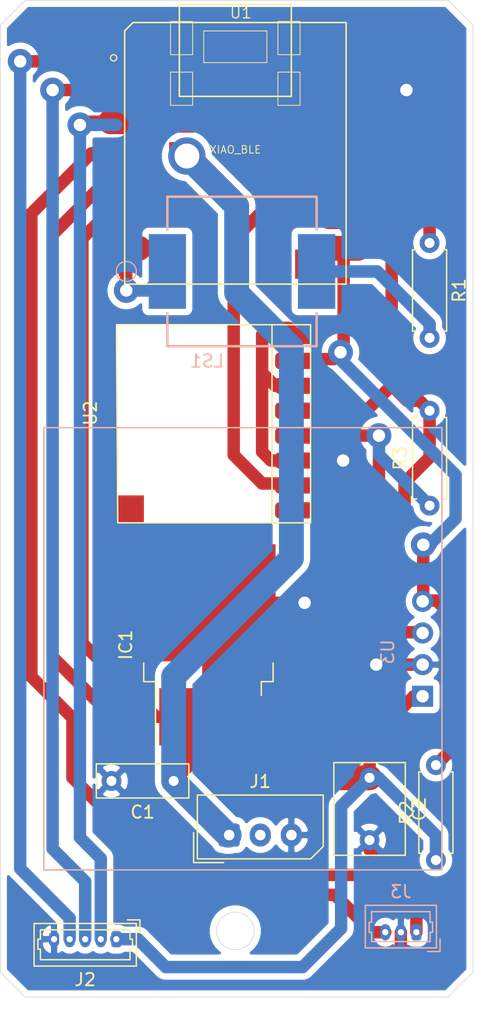
<source format=kicad_pcb>
(kicad_pcb (version 20171130) (host pcbnew 5.1.5+dfsg1-2build2)
  (layers (0 F.Cu signal) (31 B.Cu signal) (34 B.Paste user) (35 F.Paste user) (36 B.SilkS user) (37 F.SilkS user) (38 B.Mask user) (39 F.Mask user) (44 Edge.Cuts user))
  (net 0 "")
  (net 1 GND)
  (net 2 /Rx)
  (net 3 /Tx)
  (net 4 +3V3)
  (net 5 "Net-(LS1-Pad2)")
  (net 6 /PERIPH_EN)
  (net 7 "Net-(U1-Pad20)")
  (net 8 "Net-(U1-Pad19)")
  (net 9 "Net-(U1-Pad18)")
  (net 10 "Net-(U1-Pad17)")
  (net 11 "Net-(U1-Pad16)")
  (net 12 /SDA)
  (net 13 /SCL)
  (net 14 "Net-(U1-Pad14)")
  (net 15 "Net-(U2-Pad9)")
  (net 16 +BATT)
  (net 17 "Net-(IC1-Pad5)")
  (net 18 "Net-(J1-Pad2)")
  (net 19 /LASER_EN)
  (net 20 /BUTTON_A)
  (net 21 /BUTTON_B)
  (net 22 "Net-(U1-Pad12)")
  (net 23 /BUZZER_B)
  (net 24 /BUZZER_A)
  (net 25 /DRDY)
  (module KiCad_imports:MDOB128064XV (layer B.Cu) (at 118.55 114.55 180)
    (fp_text reference U3 (at 2.65 3.5 90) (layer B.SilkS) (effects (justify mirror)))
    (fp_text value MDOB128064XV)
    (fp_line (start -1.7 21.5) (end -1.7 -14) (layer B.SilkS) (width 0.12))
    (fp_line (start 30.3 21.5) (end -1.7 21.5) (layer B.SilkS) (width 0.12))
    (fp_line (start 30.3 -14) (end 30.3 21.5) (layer B.SilkS) (width 0.12))
    (fp_line (start -1.7 -14) (end 30.3 -14) (layer B.SilkS) (width 0.12))
    (pad 4 thru_hole circle (at -0.15 7.56 180) (size 1.7 1.7) (drill 1) (layers *.Cu *.Mask) (net 12 /SDA))
    (pad 3 thru_hole oval (at -0.15 5.02 180) (size 1.7 1.7) (drill 1) (layers *.Cu *.Mask) (net 13 /SCL))
    (pad 2 thru_hole oval (at -0.15 2.48 180) (size 1.7 1.7) (drill 1) (layers *.Cu *.Mask) (net 1 GND))
    (pad 1 thru_hole rect (at -0.15 -0.06 180) (size 1.7 1.7) (drill 1) (layers *.Cu *.Mask) (net 4 +3V3))
  )
  (module Capacitor_THT:C_Rect_L7.2mm_W5.5mm_P5.00mm_FKS2_FKP2_MKS2_MKP2 (layer F.Cu) (at 114.434 121.154 270)
    (fp_text reference C2 (at 2.5 -4 90) (layer F.SilkS))
    (fp_text value 47uF)
    (fp_line (start 6.22 -2.87) (end 6.22 2.87) (layer F.SilkS) (width 0.12))
    (fp_line (start -1.22 -2.87) (end -1.22 2.87) (layer F.SilkS) (width 0.12))
    (fp_line (start -1.22 2.87) (end 6.22 2.87) (layer F.SilkS) (width 0.12))
    (fp_line (start -1.22 -2.87) (end 6.22 -2.87) (layer F.SilkS) (width 0.12))
    (pad 2 thru_hole circle (at 5 0 270) (size 1.6 1.6) (drill 0.8) (layers *.Cu *.Mask) (net 1 GND))
    (pad 1 thru_hole circle (at 0 0 270) (size 1.6 1.6) (drill 0.8) (layers *.Cu *.Mask) (net 4 +3V3))
  )
  (module Capacitor_THT:C_Rect_L7.2mm_W2.5mm_P5.00mm_FKS2_FKP2_MKS2_MKP2 (layer F.Cu) (at 98.686 121.408 180)
    (fp_text reference C1 (at 2.5 -2.5) (layer F.SilkS))
    (fp_text value 1uF)
    (fp_line (start 6.22 -1.37) (end 6.22 1.37) (layer F.SilkS) (width 0.12))
    (fp_line (start -1.22 -1.37) (end -1.22 1.37) (layer F.SilkS) (width 0.12))
    (fp_line (start -1.22 1.37) (end 6.22 1.37) (layer F.SilkS) (width 0.12))
    (fp_line (start -1.22 -1.37) (end 6.22 -1.37) (layer F.SilkS) (width 0.12))
    (pad 2 thru_hole circle (at 5 0 180) (size 1.6 1.6) (drill 0.8) (layers *.Cu *.Mask) (net 1 GND))
    (pad 1 thru_hole circle (at 0 0 180) (size 1.6 1.6) (drill 0.8) (layers *.Cu *.Mask) (net 16 +BATT))
  )
  (module KiCad_imports:SPKR_AST1240MLTRQ (layer B.Cu) (at 104.178 80.514)
    (fp_text reference LS1 (at -2.826735 7.189445 180) (layer B.SilkS) (effects (font (size 1.000622 1.000622)) (justify mirror)))
    (fp_text value Speaker)
    (fp_circle (center -9.3 0) (end -8.493775 0) (layer B.SilkS) (width 0.1))
    (fp_line (start -6 3.35) (end -6 6) (layer B.SilkS) (width 0.2))
    (fp_line (start -6 -6) (end -6 -3.35) (layer B.SilkS) (width 0.2))
    (fp_line (start 6 -6) (end -6 -6) (layer B.SilkS) (width 0.2))
    (fp_line (start 6 -3.35) (end 6 -6) (layer B.SilkS) (width 0.2))
    (fp_line (start 6 6) (end 6 3.35) (layer B.SilkS) (width 0.2))
    (fp_line (start -6 6) (end 6 6) (layer B.SilkS) (width 0.2))
    (pad 2 smd rect (at 6 0 270) (size 6 3) (layers B.Cu B.Paste B.Mask) (net 5 "Net-(LS1-Pad2)"))
    (pad 1 smd rect (at -6 0 270) (size 6 3) (layers B.Cu B.Paste B.Mask) (net 23 /BUZZER_B))
  )
  (module Connector_Molex:Molex_PicoBlade_53047-0310_1x03_P1.25mm_Vertical (layer B.Cu) (at 118.2 133.55 180)
    (fp_text reference J3 (at 1.25 3.25) (layer B.SilkS) (effects (justify mirror)))
    (fp_text value 53047-0310)
    (fp_line (start -1.9 -1.55) (end -0.9 -1.55) (layer B.SilkS) (width 0.12))
    (fp_line (start -1.9 -1.55) (end -1.9 -0.55) (layer B.SilkS) (width 0.12))
    (fp_line (start 3.6 1.65) (end 1.25 1.65) (layer B.SilkS) (width 0.12))
    (fp_line (start 3.6 0.8) (end 3.6 1.65) (layer B.SilkS) (width 0.12))
    (fp_line (start 3.8 0.8) (end 3.6 0.8) (layer B.SilkS) (width 0.12))
    (fp_line (start 3.8 0) (end 3.8 0.8) (layer B.SilkS) (width 0.12))
    (fp_line (start 3.6 0) (end 3.8 0) (layer B.SilkS) (width 0.12))
    (fp_line (start 3.6 -0.75) (end 3.6 0) (layer B.SilkS) (width 0.12))
    (fp_line (start 1.25 -0.75) (end 3.6 -0.75) (layer B.SilkS) (width 0.12))
    (fp_line (start -1.1 1.65) (end 1.25 1.65) (layer B.SilkS) (width 0.12))
    (fp_line (start -1.1 0.8) (end -1.1 1.65) (layer B.SilkS) (width 0.12))
    (fp_line (start -1.3 0.8) (end -1.1 0.8) (layer B.SilkS) (width 0.12))
    (fp_line (start -1.3 0) (end -1.3 0.8) (layer B.SilkS) (width 0.12))
    (fp_line (start -1.1 0) (end -1.3 0) (layer B.SilkS) (width 0.12))
    (fp_line (start -1.1 -0.75) (end -1.1 0) (layer B.SilkS) (width 0.12))
    (fp_line (start 1.25 -0.75) (end -1.1 -0.75) (layer B.SilkS) (width 0.12))
    (fp_line (start 4.11 2.16) (end -1.61 2.16) (layer B.SilkS) (width 0.12))
    (fp_line (start 4.11 -1.26) (end 4.11 2.16) (layer B.SilkS) (width 0.12))
    (fp_line (start -1.61 -1.26) (end 4.11 -1.26) (layer B.SilkS) (width 0.12))
    (fp_line (start -1.61 2.16) (end -1.61 -1.26) (layer B.SilkS) (width 0.12))
    (pad 3 thru_hole oval (at 2.5 0 180) (size 0.8 1.3) (drill 0.5) (layers *.Cu *.Mask) (net 20 /BUTTON_A))
    (pad 2 thru_hole oval (at 1.25 0 180) (size 0.8 1.3) (drill 0.5) (layers *.Cu *.Mask) (net 1 GND))
    (pad 1 thru_hole roundrect (at 0 0 180) (size 0.8 1.3) (drill 0.5) (layers *.Cu *.Mask) (net 21 /BUTTON_B))
  )
  (module Connector_Molex:Molex_PicoBlade_53047-0510_1x05_P1.25mm_Vertical (layer F.Cu) (at 94.074 134.108 180)
    (fp_text reference J2 (at 2.5 -3.25) (layer F.SilkS))
    (fp_text value 53047-0510)
    (fp_line (start -1.9 1.55) (end -0.9 1.55) (layer F.SilkS) (width 0.12))
    (fp_line (start -1.9 1.55) (end -1.9 0.55) (layer F.SilkS) (width 0.12))
    (fp_line (start 6.1 -1.65) (end 2.5 -1.65) (layer F.SilkS) (width 0.12))
    (fp_line (start 6.1 -0.8) (end 6.1 -1.65) (layer F.SilkS) (width 0.12))
    (fp_line (start 6.3 -0.8) (end 6.1 -0.8) (layer F.SilkS) (width 0.12))
    (fp_line (start 6.3 0) (end 6.3 -0.8) (layer F.SilkS) (width 0.12))
    (fp_line (start 6.1 0) (end 6.3 0) (layer F.SilkS) (width 0.12))
    (fp_line (start 6.1 0.75) (end 6.1 0) (layer F.SilkS) (width 0.12))
    (fp_line (start 2.5 0.75) (end 6.1 0.75) (layer F.SilkS) (width 0.12))
    (fp_line (start -1.1 -1.65) (end 2.5 -1.65) (layer F.SilkS) (width 0.12))
    (fp_line (start -1.1 -0.8) (end -1.1 -1.65) (layer F.SilkS) (width 0.12))
    (fp_line (start -1.3 -0.8) (end -1.1 -0.8) (layer F.SilkS) (width 0.12))
    (fp_line (start -1.3 0) (end -1.3 -0.8) (layer F.SilkS) (width 0.12))
    (fp_line (start -1.1 0) (end -1.3 0) (layer F.SilkS) (width 0.12))
    (fp_line (start -1.1 0.75) (end -1.1 0) (layer F.SilkS) (width 0.12))
    (fp_line (start 2.5 0.75) (end -1.1 0.75) (layer F.SilkS) (width 0.12))
    (fp_line (start 6.61 -2.16) (end -1.61 -2.16) (layer F.SilkS) (width 0.12))
    (fp_line (start 6.61 1.26) (end 6.61 -2.16) (layer F.SilkS) (width 0.12))
    (fp_line (start -1.61 1.26) (end 6.61 1.26) (layer F.SilkS) (width 0.12))
    (fp_line (start -1.61 -2.16) (end -1.61 1.26) (layer F.SilkS) (width 0.12))
    (pad 5 thru_hole oval (at 5 0 180) (size 0.8 1.3) (drill 0.5) (layers *.Cu *.Mask) (net 1 GND))
    (pad 4 thru_hole oval (at 3.75 0 180) (size 0.8 1.3) (drill 0.5) (layers *.Cu *.Mask) (net 19 /LASER_EN))
    (pad 3 thru_hole oval (at 2.5 0 180) (size 0.8 1.3) (drill 0.5) (layers *.Cu *.Mask) (net 2 /Rx))
    (pad 2 thru_hole oval (at 1.25 0 180) (size 0.8 1.3) (drill 0.5) (layers *.Cu *.Mask) (net 3 /Tx))
    (pad 1 thru_hole roundrect (at 0 0 180) (size 0.8 1.3) (drill 0.5) (layers *.Cu *.Mask) (net 4 +3V3))
  )
  (module Connector_Molex:Molex_SPOX_5267-03A_1x03_P2.50mm_Vertical (layer F.Cu) (at 103.15 125.75)
    (fp_text reference J1 (at 2.5 -4.3) (layer F.SilkS))
    (fp_text value 22-03-5035)
    (fp_line (start -2.86 2.21) (end -0.45 2.21) (layer F.SilkS) (width 0.12))
    (fp_line (start -2.86 -0.2) (end -2.86 2.21) (layer F.SilkS) (width 0.12))
    (fp_line (start 7.56 -3.21) (end -2.56 -3.21) (layer F.SilkS) (width 0.12))
    (fp_line (start 7.56 0.91) (end 7.56 -3.21) (layer F.SilkS) (width 0.12))
    (fp_line (start 6.56 1.91) (end 7.56 0.91) (layer F.SilkS) (width 0.12))
    (fp_line (start -2.56 1.91) (end 6.56 1.91) (layer F.SilkS) (width 0.12))
    (fp_line (start -2.56 -3.21) (end -2.56 1.91) (layer F.SilkS) (width 0.12))
    (pad 3 thru_hole oval (at 5 0) (size 1.7 1.85) (drill 0.85) (layers *.Cu *.Mask) (net 1 GND))
    (pad 2 thru_hole oval (at 2.5 0) (size 1.7 1.85) (drill 0.85) (layers *.Cu *.Mask) (net 18 "Net-(J1-Pad2)"))
    (pad 1 thru_hole roundrect (at 0 0) (size 1.7 1.85) (drill 0.85) (layers *.Cu *.Mask) (roundrect_rratio 0.147059) (net 16 +BATT))
  )
  (module Package_TO_SOT_SMD:TO-263-5_TabPin6 (layer F.Cu) (at 101.48 110.486 90)
    (fp_text reference IC1 (at 0 -6.65 90) (layer F.SilkS))
    (fp_text value NCP59301DS33R4G)
    (fp_line (start -2.95 4.25) (end -4.05 4.25) (layer F.SilkS) (width 0.12))
    (fp_line (start -2.95 5.2) (end -2.95 4.25) (layer F.SilkS) (width 0.12))
    (fp_line (start -1.45 5.2) (end -2.95 5.2) (layer F.SilkS) (width 0.12))
    (fp_line (start -2.95 -4.25) (end -8.075 -4.25) (layer F.SilkS) (width 0.12))
    (fp_line (start -2.95 -5.2) (end -2.95 -4.25) (layer F.SilkS) (width 0.12))
    (fp_line (start -1.45 -5.2) (end -2.95 -5.2) (layer F.SilkS) (width 0.12))
    (pad 6 smd rect (at 3.375 0 90) (size 9.4 10.8) (layers F.Cu F.Mask) (net 1 GND))
    (pad 5 smd rect (at -5.775 3.4 90) (size 4.6 1.1) (layers F.Cu F.Paste F.Mask) (net 17 "Net-(IC1-Pad5)"))
    (pad 4 smd rect (at -5.775 1.7 90) (size 4.6 1.1) (layers F.Cu F.Paste F.Mask) (net 4 +3V3))
    (pad 3 smd rect (at -5.775 0 90) (size 4.6 1.1) (layers F.Cu F.Paste F.Mask) (net 1 GND))
    (pad 2 smd rect (at -5.775 -1.7 90) (size 4.6 1.1) (layers F.Cu F.Paste F.Mask) (net 16 +BATT))
    (pad 1 smd rect (at -5.775 -3.4 90) (size 4.6 1.1) (layers F.Cu F.Paste F.Mask) (net 6 /PERIPH_EN))
  )
  (module XIAO:Seeeduino_XIAO-MOUDLE14P-2.54-21X17.8MM (layer F.Cu) (at 94.75 81.53)
    (fp_text reference U1 (at 9.3345 -21.7805) (layer F.SilkS) (effects (font (size 0.889 0.889) (thickness 0.1016))))
    (fp_text value XIAO_BLE (at 8.89 -10.795) (layer F.SilkS) (effects (font (size 0.6096 0.6096) (thickness 0.0762))))
    (fp_line (start 6.35 -17.78) (end 11.43 -17.78) (layer F.SilkS) (width 0.06604))
    (fp_line (start 11.43 -17.78) (end 11.43 -20.32) (layer F.SilkS) (width 0.06604))
    (fp_line (start 6.35 -20.32) (end 11.43 -20.32) (layer F.SilkS) (width 0.06604))
    (fp_line (start 6.35 -17.78) (end 6.35 -20.32) (layer F.SilkS) (width 0.06604))
    (fp_line (start 3.683 -18.415) (end 5.461 -18.415) (layer F.SilkS) (width 0.06604))
    (fp_line (start 5.461 -18.415) (end 5.461 -21.082) (layer F.SilkS) (width 0.06604))
    (fp_line (start 3.683 -21.082) (end 5.461 -21.082) (layer F.SilkS) (width 0.06604))
    (fp_line (start 3.683 -18.415) (end 3.683 -21.082) (layer F.SilkS) (width 0.06604))
    (fp_line (start 3.683 -14.34846) (end 5.461 -14.34846) (layer F.SilkS) (width 0.06604))
    (fp_line (start 5.461 -14.34846) (end 5.461 -17.018) (layer F.SilkS) (width 0.06604))
    (fp_line (start 3.683 -17.018) (end 5.461 -17.018) (layer F.SilkS) (width 0.06604))
    (fp_line (start 3.683 -14.34846) (end 3.683 -17.018) (layer F.SilkS) (width 0.06604))
    (fp_line (start 12.319 -14.34846) (end 14.097 -14.34846) (layer F.SilkS) (width 0.06604))
    (fp_line (start 14.097 -14.34846) (end 14.097 -17.018) (layer F.SilkS) (width 0.06604))
    (fp_line (start 12.319 -17.018) (end 14.097 -17.018) (layer F.SilkS) (width 0.06604))
    (fp_line (start 12.319 -14.34846) (end 12.319 -17.018) (layer F.SilkS) (width 0.06604))
    (fp_line (start 12.319 -18.415) (end 14.097 -18.415) (layer F.SilkS) (width 0.06604))
    (fp_line (start 14.097 -18.415) (end 14.097 -21.082) (layer F.SilkS) (width 0.06604))
    (fp_line (start 12.319 -21.082) (end 14.097 -21.082) (layer F.SilkS) (width 0.06604))
    (fp_line (start 12.319 -18.415) (end 12.319 -21.082) (layer F.SilkS) (width 0.06604))
    (fp_line (start 0 0) (end 17.79778 0) (layer F.SilkS) (width 0.127))
    (fp_line (start 17.79778 0) (end 17.79778 -20.99818) (layer F.SilkS) (width 0.127))
    (fp_line (start 17.79778 -20.99818) (end 0.67056 -20.99818) (layer F.SilkS) (width 0.127))
    (fp_line (start 0.67056 -20.99818) (end 0 -20.32762) (layer F.SilkS) (width 0.127))
    (fp_line (start 0 -20.32762) (end 0 0) (layer F.SilkS) (width 0.127))
    (fp_line (start 4.39928 -22.42312) (end 13.39342 -22.42312) (layer F.SilkS) (width 0.127))
    (fp_line (start 13.39342 -22.42312) (end 13.39342 -15.06982) (layer F.SilkS) (width 0.127))
    (fp_line (start 13.39342 -15.06982) (end 4.3942 -15.06982) (layer F.SilkS) (width 0.127))
    (fp_line (start 4.3942 -15.06982) (end 4.3942 -22.42312) (layer F.SilkS) (width 0.127))
    (fp_circle (center -0.889 -18.161) (end -0.889 -18.415) (layer F.SilkS) (width 0.1))
    (pad 22 smd rect (at 14.3 -1.6 90) (size 2.35 1.2) (layers F.Cu F.Paste F.Mask))
    (pad 21 smd rect (at 12.5 -1.6 270) (size 2.35 1.2) (layers F.Cu F.Paste F.Mask))
    (pad 16 smd rect (at 4.75 -12.76) (size 2.35 1.2) (layers F.Cu F.Paste F.Mask) (net 11 "Net-(U1-Pad16)"))
    (pad 20 smd circle (at 10.238803 -16.264187 90) (size 1.143 1.143) (layers F.Cu F.Paste F.Mask) (net 7 "Net-(U1-Pad20)"))
    (pad 19 smd circle (at 7.698803 -16.264187 90) (size 1.143 1.143) (layers F.Cu F.Paste F.Mask) (net 8 "Net-(U1-Pad19)"))
    (pad 18 smd circle (at 10.238803 -18.804187 90) (size 1.143 1.143) (layers F.Cu F.Paste F.Mask) (net 9 "Net-(U1-Pad18)"))
    (pad 17 smd circle (at 7.698803 -18.804187 90) (size 1.143 1.143) (layers F.Cu F.Paste F.Mask) (net 10 "Net-(U1-Pad17)"))
    (pad 15 smd rect (at 4.75 -10.8) (size 2.35 1.2) (layers F.Cu F.Paste F.Mask) (net 16 +BATT))
    (pad 1 smd oval (at 0 -18.11782) (size 4.3 1.99898) (layers F.Cu F.Paste F.Mask) (net 19 /LASER_EN))
    (pad 2 smd oval (at 0 -15.57782) (size 4.3 1.99898) (layers F.Cu F.Paste F.Mask) (net 2 /Rx))
    (pad 3 smd oval (at 0 -13.03782) (size 4.3 1.99898) (layers F.Cu F.Paste F.Mask) (net 3 /Tx))
    (pad 4 smd oval (at 0 -10.49782) (size 4.3 1.99898) (layers F.Cu F.Paste F.Mask) (net 20 /BUTTON_A))
    (pad 5 smd oval (at 0 -7.95782) (size 4.3 1.99898) (layers F.Cu F.Paste F.Mask) (net 21 /BUTTON_B))
    (pad 6 smd oval (at 0 -5.41782) (size 4.3 1.99898) (layers F.Cu F.Paste F.Mask) (net 6 /PERIPH_EN))
    (pad 7 smd oval (at 0 -2.87782) (size 4.3 1.99898) (layers F.Cu F.Paste F.Mask) (net 23 /BUZZER_B))
    (pad 8 smd oval (at 17.6 -2.87782) (size 4.3 1.99898) (layers F.Cu F.Paste F.Mask) (net 12 /SDA))
    (pad 9 smd oval (at 17.6 -5.41782) (size 4.3 1.99898) (layers F.Cu F.Paste F.Mask) (net 13 /SCL))
    (pad 10 smd oval (at 17.6 -7.95782) (size 4.3 1.99898) (layers F.Cu F.Paste F.Mask) (net 25 /DRDY))
    (pad 11 smd oval (at 17.6 -10.49782) (size 4.3 1.99898) (layers F.Cu F.Paste F.Mask) (net 24 /BUZZER_A))
    (pad 12 smd oval (at 17.6 -13.03782) (size 4.3 1.99898) (layers F.Cu F.Paste F.Mask) (net 22 "Net-(U1-Pad12)"))
    (pad 13 smd oval (at 17.6 -15.57782) (size 4.3 1.99898) (layers F.Cu F.Paste F.Mask) (net 1 GND))
    (pad 14 smd oval (at 17.6 -18.11782) (size 4.3 1.99898) (layers F.Cu F.Paste F.Mask) (net 14 "Net-(U1-Pad14)"))
  )
  (module Resistor_THT:R_Axial_DIN0207_L6.3mm_D2.5mm_P7.62mm_Horizontal (layer F.Cu) (at 119.26 99.31 90)
    (fp_text reference R3 (at 3.81 -2.37 90) (layer F.SilkS))
    (fp_text value 10k)
    (fp_line (start 7.08 1.37) (end 7.08 1.04) (layer F.SilkS) (width 0.12))
    (fp_line (start 0.54 1.37) (end 7.08 1.37) (layer F.SilkS) (width 0.12))
    (fp_line (start 0.54 1.04) (end 0.54 1.37) (layer F.SilkS) (width 0.12))
    (fp_line (start 7.08 -1.37) (end 7.08 -1.04) (layer F.SilkS) (width 0.12))
    (fp_line (start 0.54 -1.37) (end 7.08 -1.37) (layer F.SilkS) (width 0.12))
    (fp_line (start 0.54 -1.04) (end 0.54 -1.37) (layer F.SilkS) (width 0.12))
    (pad 2 thru_hole oval (at 7.62 0 90) (size 1.6 1.6) (drill 0.8) (layers *.Cu *.Mask) (net 13 /SCL))
    (pad 1 thru_hole circle (at 0 0 90) (size 1.6 1.6) (drill 0.8) (layers *.Cu *.Mask) (net 4 +3V3))
  )
  (module Resistor_THT:R_Axial_DIN0207_L6.3mm_D2.5mm_P7.62mm_Horizontal (layer F.Cu) (at 119.768 127.758 90)
    (fp_text reference R2 (at 3.81 -2.37 90) (layer F.SilkS))
    (fp_text value 10k)
    (fp_line (start 7.08 1.37) (end 7.08 1.04) (layer F.SilkS) (width 0.12))
    (fp_line (start 0.54 1.37) (end 7.08 1.37) (layer F.SilkS) (width 0.12))
    (fp_line (start 0.54 1.04) (end 0.54 1.37) (layer F.SilkS) (width 0.12))
    (fp_line (start 7.08 -1.37) (end 7.08 -1.04) (layer F.SilkS) (width 0.12))
    (fp_line (start 0.54 -1.37) (end 7.08 -1.37) (layer F.SilkS) (width 0.12))
    (fp_line (start 0.54 -1.04) (end 0.54 -1.37) (layer F.SilkS) (width 0.12))
    (pad 2 thru_hole oval (at 7.62 0 90) (size 1.6 1.6) (drill 0.8) (layers *.Cu *.Mask) (net 12 /SDA))
    (pad 1 thru_hole circle (at 0 0 90) (size 1.6 1.6) (drill 0.8) (layers *.Cu *.Mask) (net 4 +3V3))
  )
  (module XIAO:RM3100_Breakout (layer F.Cu) (at 101.892 92.59)
    (fp_text reference U2 (at -9.9 -0.7 90) (layer F.SilkS))
    (fp_text value RM3100_Breakout)
    (fp_line (start 4.7 8.1) (end 4.7 -7.8) (layer F.SilkS) (width 0.12))
    (fp_line (start -7.7 8.1) (end -7.8 -7.8) (layer F.SilkS) (width 0.12))
    (fp_line (start 7.8 8.1) (end -7.7 8.1) (layer F.SilkS) (width 0.12))
    (fp_line (start 7.8 -7.8) (end 7.8 8.1) (layer F.SilkS) (width 0.12))
    (fp_line (start -7.8 -7.8) (end 7.8 -7.8) (layer F.SilkS) (width 0.12))
    (pad 9 smd rect (at -7.1 7.4) (size 3 3) (layers F.Cu F.Paste F.Mask) (net 15 "Net-(U2-Pad9)"))
    (pad 8 smd roundrect (at 6.7 -6.9) (size 3.5 1.3) (layers F.Cu F.Paste F.Mask) (net 1 GND))
    (pad 7 smd roundrect (at 6.7 -4.9) (size 3.5 1.3) (layers F.Cu F.Paste F.Mask) (net 12 /SDA))
    (pad 6 smd roundrect (at 6.7 -2.9) (size 3.5 1.3) (layers F.Cu F.Paste F.Mask) (net 1 GND))
    (pad 5 smd roundrect (at 6.7 -0.9) (size 3.5 1.3) (layers F.Cu F.Paste F.Mask) (net 13 /SCL))
    (pad 4 smd roundrect (at 6.7 1.1) (size 3.5 1.3) (layers F.Cu F.Paste F.Mask) (net 4 +3V3))
    (pad 3 smd roundrect (at 6.7 3.1) (size 3.5 1.3) (layers F.Cu F.Paste F.Mask) (net 1 GND))
    (pad 2 smd roundrect (at 6.7 5.1) (size 3.5 1.3) (layers F.Cu F.Paste F.Mask) (net 25 /DRDY))
    (pad 1 smd roundrect (at 6.7 7.1) (size 3.5 1.3) (layers F.Cu F.Paste F.Mask) (net 4 +3V3))
  )
  (module Resistor_THT:R_Axial_DIN0207_L6.3mm_D2.5mm_P7.62mm_Horizontal (layer F.Cu) (at 119.26 78.228 270)
    (fp_text reference R1 (at 3.81 -2.37 90) (layer F.SilkS))
    (fp_text value 1k)
    (fp_line (start 7.08 1.37) (end 7.08 1.04) (layer F.SilkS) (width 0.12))
    (fp_line (start 0.54 1.37) (end 7.08 1.37) (layer F.SilkS) (width 0.12))
    (fp_line (start 0.54 1.04) (end 0.54 1.37) (layer F.SilkS) (width 0.12))
    (fp_line (start 7.08 -1.37) (end 7.08 -1.04) (layer F.SilkS) (width 0.12))
    (fp_line (start 0.54 -1.37) (end 7.08 -1.37) (layer F.SilkS) (width 0.12))
    (fp_line (start 0.54 -1.04) (end 0.54 -1.37) (layer F.SilkS) (width 0.12))
    (pad 2 thru_hole oval (at 7.62 0 270) (size 1.6 1.6) (drill 0.8) (layers *.Cu *.Mask) (net 5 "Net-(LS1-Pad2)"))
    (pad 1 thru_hole circle (at 0 0 270) (size 1.6 1.6) (drill 0.8) (layers *.Cu *.Mask) (net 24 /BUZZER_A))
  )
  (gr_circle (center 103.641591 133.45) (end 104.371591 132.13) (layer Edge.Cuts) (width 0.05))
  (gr_line (start 84.75 136.75) (end 84.75 60.75) (layer Edge.Cuts) (width 0.05))
  (gr_line (start 86.75 138.75) (end 84.75 136.75) (layer Edge.Cuts) (width 0.05))
  (gr_line (start 120.75 138.75) (end 86.75 138.75) (layer Edge.Cuts) (width 0.05))
  (gr_line (start 122.75 136.75) (end 120.75 138.75) (layer Edge.Cuts) (width 0.05))
  (gr_line (start 122.75 60.75) (end 122.75 136.75) (layer Edge.Cuts) (width 0.05))
  (gr_line (start 120.75 58.75) (end 122.75 60.75) (layer Edge.Cuts) (width 0.05))
  (gr_line (start 86.75 58.75) (end 120.75 58.75) (layer Edge.Cuts) (width 0.05))
  (gr_line (start 84.75 60.75) (end 86.75 58.75) (layer Edge.Cuts) (width 0.05))
  (segment (start 112.35 65.95218) (end 117.31182 65.95218) (width 2) (layer F.Cu) (net 1))
  (segment (start 117.31182 65.95218) (end 117.39818 65.95218) (width 2) (layer F.Cu) (net 1))
  (segment (start 117.39818 65.95218) (end 117.39818 65.95218) (width 2) (layer F.Cu) (net 1))
  (via (at 117.39818 65.95218) (size 2) (drill 1) (layers F.Cu B.Cu) (net 1))
  (segment (start 107.942 85.04) (end 106.352 85.04) (width 1) (layer F.Cu) (net 1))
  (segment (start 108.592 85.69) (end 107.942 85.04) (width 1) (layer F.Cu) (net 1))
  (segment (start 106.352 85.04) (end 105.798 85.594) (width 1) (layer F.Cu) (net 1))
  (segment (start 105.798 88.646) (end 106.842 89.69) (width 1) (layer F.Cu) (net 1))
  (segment (start 105.798 85.594) (end 105.798 88.646) (width 1) (layer F.Cu) (net 1))
  (segment (start 107.862 89.69) (end 107.83 89.658) (width 1) (layer F.Cu) (net 1))
  (segment (start 108.592 89.69) (end 107.862 89.69) (width 1) (layer F.Cu) (net 1))
  (segment (start 106.842 89.69) (end 107.83 89.658) (width 1) (layer F.Cu) (net 1))
  (segment (start 105.798 88.646) (end 105.798 94.992) (width 1) (layer F.Cu) (net 1))
  (segment (start 106.496 95.69) (end 108.592 95.69) (width 1) (layer F.Cu) (net 1))
  (segment (start 105.798 94.992) (end 106.496 95.69) (width 1) (layer F.Cu) (net 1))
  (segment (start 108.592 95.69) (end 112.31 95.69) (width 1) (layer F.Cu) (net 1))
  (via (at 112.31 95.69) (size 2) (drill 1) (layers F.Cu B.Cu) (net 1))
  (segment (start 101.48 116.261) (end 101.48 107.111) (width 1) (layer F.Cu) (net 1))
  (segment (start 101.48 107.111) (end 109.211 107.111) (width 1) (layer F.Cu) (net 1))
  (via (at 109.211 107.111) (size 2) (drill 1) (layers F.Cu B.Cu) (net 1))
  (segment (start 116.95 133.55) (end 116.95 134.95) (width 1) (layer F.Cu) (net 1))
  (segment (start 116.95 134.95) (end 117.75 135.75) (width 1) (layer F.Cu) (net 1))
  (segment (start 117.75 135.75) (end 119.45 135.75) (width 1) (layer F.Cu) (net 1))
  (segment (start 119.45 135.75) (end 120.65 134.55) (width 1) (layer F.Cu) (net 1))
  (segment (start 120.65 134.55) (end 120.65 131.65) (width 1) (layer F.Cu) (net 1))
  (segment (start 120.65 131.65) (end 119.15 130.15) (width 1) (layer F.Cu) (net 1))
  (segment (start 119.15 130.15) (end 117.65 130.15) (width 1) (layer F.Cu) (net 1))
  (segment (start 114.434 126.934) (end 114.434 126.154) (width 1) (layer F.Cu) (net 1))
  (segment (start 117.65 130.15) (end 114.434 126.934) (width 1) (layer F.Cu) (net 1))
  (segment (start 118.7 112.07) (end 114.97 112.07) (width 1) (layer F.Cu) (net 1))
  (segment (start 114.97 112.07) (end 114.97 112.07) (width 1) (layer F.Cu) (net 1))
  (via (at 114.97 112.07) (size 2) (drill 1) (layers F.Cu B.Cu) (net 1))
  (segment (start 94.75 65.95218) (end 88.95218 65.95218) (width 1) (layer F.Cu) (net 2))
  (via (at 88.95218 65.95218) (size 2) (drill 1) (layers F.Cu B.Cu) (net 2))
  (segment (start 88.95218 65.95218) (end 88.95218 126.85218) (width 1) (layer B.Cu) (net 2))
  (segment (start 91.574 129.474) (end 91.574 134.108) (width 1) (layer B.Cu) (net 2))
  (segment (start 88.95218 126.85218) (end 91.574 129.474) (width 1) (layer B.Cu) (net 2))
  (segment (start 92.824 134.108) (end 92.824 127.624) (width 1) (layer B.Cu) (net 3))
  (segment (start 92.824 127.624) (end 91.15 125.95) (width 1) (layer B.Cu) (net 3))
  (segment (start 91.15 125.95) (end 91.15 68.75) (width 1) (layer B.Cu) (net 3))
  (via (at 91.15 68.75) (size 2) (drill 1) (layers F.Cu B.Cu) (net 3))
  (segment (start 91.15 68.75) (end 94.05 68.75) (width 1) (layer B.Cu) (net 3))
  (segment (start 91.40782 68.49218) (end 91.15 68.75) (width 1) (layer F.Cu) (net 3))
  (segment (start 94.75 68.49218) (end 91.40782 68.49218) (width 1) (layer F.Cu) (net 3))
  (segment (start 108.592 93.69) (end 115.19 93.69) (width 1) (layer F.Cu) (net 4))
  (via (at 115.19 93.69) (size 2) (drill 1) (layers F.Cu B.Cu) (net 4))
  (segment (start 115.19 98.71) (end 115.19 93.69) (width 1) (layer F.Cu) (net 4))
  (segment (start 114.21 99.69) (end 115.19 98.71) (width 1) (layer F.Cu) (net 4))
  (segment (start 94.074 134.108) (end 95.808 134.108) (width 1) (layer B.Cu) (net 4))
  (segment (start 95.808 134.108) (end 98.05 136.35) (width 1) (layer B.Cu) (net 4))
  (segment (start 98.05 136.35) (end 109.05 136.35) (width 1) (layer B.Cu) (net 4))
  (segment (start 109.05 136.35) (end 112.15 133.25) (width 1) (layer B.Cu) (net 4))
  (segment (start 112.15 123.438) (end 114.434 121.154) (width 1) (layer B.Cu) (net 4))
  (segment (start 112.15 133.25) (end 112.15 123.438) (width 1) (layer B.Cu) (net 4))
  (segment (start 114.434 121.154) (end 115.154 121.154) (width 1) (layer B.Cu) (net 4))
  (segment (start 119.768 125.768) (end 119.768 127.758) (width 1) (layer B.Cu) (net 4))
  (segment (start 115.154 121.154) (end 119.768 125.768) (width 1) (layer B.Cu) (net 4))
  (segment (start 114.434 121.154) (end 105.254 121.154) (width 2) (layer F.Cu) (net 4))
  (segment (start 105.254 121.154) (end 104.454 121.154) (width 1) (layer F.Cu) (net 4))
  (segment (start 103.18 119.88) (end 103.18 116.261) (width 1) (layer F.Cu) (net 4))
  (segment (start 104.454 121.154) (end 103.18 119.88) (width 1) (layer F.Cu) (net 4))
  (segment (start 115.19 95.24) (end 119.26 99.31) (width 1) (layer B.Cu) (net 4))
  (segment (start 115.19 93.69) (end 115.19 95.24) (width 1) (layer B.Cu) (net 4))
  (segment (start 113.55 99.75) (end 114.21 99.69) (width 1) (layer F.Cu) (net 4))
  (segment (start 108.592 99.69) (end 113.55 99.75) (width 1) (layer F.Cu) (net 4))
  (segment (start 114.434 121.154) (end 114.434 118.166) (width 1) (layer F.Cu) (net 4))
  (segment (start 117.99 114.61) (end 118.7 114.61) (width 1) (layer F.Cu) (net 4))
  (segment (start 114.434 118.166) (end 117.99 114.61) (width 1) (layer F.Cu) (net 4))
  (segment (start 114.434 121.154) (end 114.434 117.534) (width 1) (layer F.Cu) (net 4))
  (segment (start 114.434 117.534) (end 112.05 115.15) (width 1) (layer F.Cu) (net 4))
  (segment (start 112.05 101.25) (end 113.55 99.75) (width 1) (layer F.Cu) (net 4))
  (segment (start 112.05 115.15) (end 112.05 101.25) (width 1) (layer F.Cu) (net 4))
  (segment (start 112.678 80.514) (end 110.178 80.514) (width 1) (layer B.Cu) (net 5))
  (segment (start 115.05737 80.514) (end 112.678 80.514) (width 1) (layer B.Cu) (net 5))
  (segment (start 119.26 84.71663) (end 115.05737 80.514) (width 1) (layer B.Cu) (net 5))
  (segment (start 119.26 85.848) (end 119.26 84.71663) (width 1) (layer B.Cu) (net 5))
  (segment (start 94.75 76.11218) (end 93.08782 76.11218) (width 1) (layer F.Cu) (net 6))
  (segment (start 93.08782 76.11218) (end 91.35 77.85) (width 1) (layer F.Cu) (net 6))
  (segment (start 91.35 77.85) (end 91.35 110.35) (width 1) (layer F.Cu) (net 6))
  (segment (start 97.261 116.261) (end 98.08 116.261) (width 1) (layer F.Cu) (net 6))
  (segment (start 91.35 110.35) (end 97.261 116.261) (width 1) (layer F.Cu) (net 6))
  (segment (start 112.35 78.65218) (end 112.35 86.75) (width 1) (layer F.Cu) (net 12))
  (segment (start 112.35 86.75) (end 112.1 87) (width 1) (layer F.Cu) (net 12))
  (segment (start 108.732 87.55) (end 108.592 87.69) (width 1) (layer F.Cu) (net 12))
  (segment (start 111.55 87.55) (end 108.732 87.55) (width 1) (layer F.Cu) (net 12))
  (segment (start 112.1 87) (end 111.55 87.55) (width 1) (layer F.Cu) (net 12))
  (via (at 112.1 87) (size 2) (drill 1) (layers F.Cu B.Cu) (net 12))
  (segment (start 118.752 106.93) (end 119.83 106.93) (width 1) (layer F.Cu) (net 12))
  (segment (start 119.83 106.93) (end 121.05 108.15) (width 1) (layer F.Cu) (net 12))
  (segment (start 121.05 118.856) (end 119.768 120.138) (width 1) (layer F.Cu) (net 12))
  (segment (start 121.05 108.15) (end 121.05 118.856) (width 1) (layer F.Cu) (net 12))
  (segment (start 118.752 106.93) (end 118.752 102.452) (width 1) (layer F.Cu) (net 12))
  (via (at 118.752 102.452) (size 2) (drill 1) (layers F.Cu B.Cu) (net 12))
  (segment (start 118.752 102.452) (end 119.348 102.452) (width 1) (layer F.Cu) (net 12))
  (segment (start 118.752 102.452) (end 119.248 102.452) (width 1) (layer B.Cu) (net 12))
  (segment (start 119.248 102.452) (end 121.35 100.35) (width 1) (layer B.Cu) (net 12))
  (segment (start 121.35 100.35) (end 121.35 96.85) (width 1) (layer B.Cu) (net 12))
  (segment (start 112.1 87.6) (end 112.1 87) (width 1) (layer B.Cu) (net 12))
  (segment (start 121.35 96.85) (end 112.1 87.6) (width 1) (layer B.Cu) (net 12))
  (segment (start 115.5 76.11218) (end 116.212 76.82418) (width 1) (layer F.Cu) (net 13))
  (segment (start 112.35 76.11218) (end 115.5 76.11218) (width 1) (layer F.Cu) (net 13))
  (segment (start 116.212 76.82418) (end 116.212 89.188) (width 1) (layer F.Cu) (net 13))
  (segment (start 118.460001 90.890001) (end 117.444001 90.890001) (width 1) (layer F.Cu) (net 13))
  (segment (start 117.444001 90.890001) (end 116.212 89.658) (width 1) (layer F.Cu) (net 13))
  (segment (start 119.26 91.69) (end 118.460001 90.890001) (width 1) (layer F.Cu) (net 13))
  (segment (start 114.18 91.69) (end 116.212 89.658) (width 1) (layer F.Cu) (net 13))
  (segment (start 108.592 91.69) (end 114.18 91.69) (width 1) (layer F.Cu) (net 13))
  (segment (start 116.212 89.188) (end 116.212 89.658) (width 1) (layer F.Cu) (net 13))
  (segment (start 119.26 91.69) (end 119.26 95.44) (width 1) (layer F.Cu) (net 13))
  (segment (start 119.26 95.44) (end 117.25 97.45) (width 1) (layer F.Cu) (net 13))
  (segment (start 117.25 97.45) (end 117.25 100.85) (width 1) (layer F.Cu) (net 13))
  (segment (start 117.25 100.85) (end 115.75 102.35) (width 1) (layer F.Cu) (net 13))
  (segment (start 115.75 102.35) (end 115.75 108.25) (width 1) (layer F.Cu) (net 13))
  (segment (start 116.97 109.47) (end 118.752 109.47) (width 1) (layer F.Cu) (net 13))
  (segment (start 115.75 108.25) (end 116.97 109.47) (width 1) (layer F.Cu) (net 13))
  (via (at 99.75 71.25) (size 3) (drill 2) (layers F.Cu B.Cu) (net 16))
  (segment (start 99.78 120.314) (end 98.686 121.408) (width 1) (layer F.Cu) (net 16))
  (segment (start 99.78 116.261) (end 99.78 120.314) (width 1) (layer F.Cu) (net 16))
  (segment (start 98.686 121.408) (end 98.686 113.014) (width 2) (layer B.Cu) (net 16))
  (segment (start 98.686 113.014) (end 108.15 103.55) (width 2) (layer B.Cu) (net 16))
  (segment (start 108.15 103.55) (end 108.15 86.65) (width 2) (layer B.Cu) (net 16))
  (segment (start 108.15 86.65) (end 103.75 82.25) (width 2) (layer B.Cu) (net 16))
  (segment (start 103.75 75.25) (end 99.75 71.25) (width 2) (layer B.Cu) (net 16))
  (segment (start 103.75 82.25) (end 103.75 75.25) (width 2) (layer B.Cu) (net 16))
  (segment (start 103.028 125.75) (end 98.686 121.408) (width 2) (layer B.Cu) (net 16))
  (segment (start 103.15 125.75) (end 103.028 125.75) (width 2) (layer B.Cu) (net 16))
  (segment (start 90.324 134.108) (end 90.324 132.424) (width 1) (layer B.Cu) (net 19))
  (segment (start 90.324 132.424) (end 86.35 128.45) (width 1) (layer B.Cu) (net 19))
  (via (at 86.35 63.65) (size 2) (drill 1) (layers F.Cu B.Cu) (net 19))
  (segment (start 86.35 128.45) (end 86.35 63.65) (width 1) (layer B.Cu) (net 19))
  (segment (start 94.51218 63.65) (end 94.75 63.41218) (width 1) (layer F.Cu) (net 19))
  (segment (start 86.35 63.65) (end 94.51218 63.65) (width 1) (layer F.Cu) (net 19))
  (segment (start 92.06782 71.03218) (end 94.75 71.03218) (width 1) (layer F.Cu) (net 20))
  (segment (start 87.25 75.85) (end 92.06782 71.03218) (width 1) (layer F.Cu) (net 20))
  (segment (start 87.25 113.05) (end 87.25 75.85) (width 1) (layer F.Cu) (net 20))
  (segment (start 90.55 116.35) (end 87.25 113.05) (width 1) (layer F.Cu) (net 20))
  (segment (start 99.95 130.55) (end 90.55 121.15) (width 1) (layer F.Cu) (net 20))
  (segment (start 90.55 121.15) (end 90.55 116.35) (width 1) (layer F.Cu) (net 20))
  (segment (start 115.7 133.55) (end 114.65 133.55) (width 1) (layer F.Cu) (net 20))
  (segment (start 111.65 130.55) (end 99.95 130.55) (width 1) (layer F.Cu) (net 20))
  (segment (start 114.65 133.55) (end 111.65 130.55) (width 1) (layer F.Cu) (net 20))
  (segment (start 95.95 123.35) (end 101.55 128.95) (width 1) (layer F.Cu) (net 21))
  (segment (start 95.95 118.45) (end 95.95 123.35) (width 1) (layer F.Cu) (net 21))
  (segment (start 88.95 111.45) (end 95.95 118.45) (width 1) (layer F.Cu) (net 21))
  (segment (start 88.95 77.55) (end 88.95 111.45) (width 1) (layer F.Cu) (net 21))
  (segment (start 92.92782 73.57218) (end 88.95 77.55) (width 1) (layer F.Cu) (net 21))
  (segment (start 94.75 73.57218) (end 92.92782 73.57218) (width 1) (layer F.Cu) (net 21))
  (segment (start 101.55 128.95) (end 113.85 128.95) (width 1) (layer F.Cu) (net 21))
  (segment (start 113.85 128.95) (end 116.35 131.45) (width 1) (layer F.Cu) (net 21))
  (segment (start 116.35 131.45) (end 117.65 131.45) (width 1) (layer F.Cu) (net 21))
  (segment (start 118.2 132) (end 118.2 133.55) (width 1) (layer F.Cu) (net 21))
  (segment (start 117.65 131.45) (end 118.2 132) (width 1) (layer F.Cu) (net 21))
  (segment (start 94.75 80.65167) (end 94.876 80.77767) (width 1) (layer F.Cu) (net 23))
  (segment (start 94.75 78.65218) (end 94.75 80.65167) (width 1) (layer F.Cu) (net 23))
  (via (at 94.876 82.038) (size 2) (drill 1) (layers F.Cu B.Cu) (net 23))
  (segment (start 94.876 80.77767) (end 94.876 82.038) (width 1) (layer F.Cu) (net 23))
  (segment (start 96.654 82.038) (end 98.178 80.514) (width 1) (layer B.Cu) (net 23))
  (segment (start 94.876 82.038) (end 96.654 82.038) (width 1) (layer B.Cu) (net 23))
  (segment (start 119.26 77.09663) (end 119.26 78.228) (width 1) (layer F.Cu) (net 24))
  (segment (start 119.26 74.79218) (end 119.26 77.09663) (width 1) (layer F.Cu) (net 24))
  (segment (start 115.5 71.03218) (end 119.26 74.79218) (width 1) (layer F.Cu) (net 24))
  (segment (start 112.35 71.03218) (end 115.5 71.03218) (width 1) (layer F.Cu) (net 24))
  (segment (start 108.592 97.69) (end 107.672 97.69) (width 1) (layer F.Cu) (net 25))
  (segment (start 107.672 97.69) (end 107.514 97.532) (width 1) (layer F.Cu) (net 25))
  (segment (start 107.514 97.532) (end 105.798 97.532) (width 1) (layer F.Cu) (net 25))
  (segment (start 105.798 97.532) (end 103.512 95.246) (width 1) (layer F.Cu) (net 25))
  (segment (start 103.512 95.246) (end 103.512 77.974) (width 1) (layer F.Cu) (net 25))
  (segment (start 107.91382 73.57218) (end 112.35 73.57218) (width 1) (layer F.Cu) (net 25))
  (segment (start 103.512 77.974) (end 107.91382 73.57218) (width 1) (layer F.Cu) (net 25))
  (zone (net 1) (net_name GND) (layer B.Cu) (connect_pads (clearance 0.508)) (min_thickness 0.254) (fill yes (arc_segments 32) (thermal_gap 0.508) (thermal_bridge_width 0.508))
    (polygon (pts (xy 122.75 138.75) (xy 85.25 138.75) (xy 85.25 58.75) (xy 122.75 58.75)))
  )
  (zone (net 0) (net_name "") (layer B.Cu) (connect_pads (clearance 0.508)) (min_thickness 0.254)
    (keepout (tracks not_allowed) (vias not_allowed) (copperpour not_allowed))
    (fill (arc_segments 32) (thermal_gap 0.508) (thermal_bridge_width 0.508))
    (polygon (pts (xy 106.55 86.95) (xy 106.55 100.75) (xy 94.15 100.75) (xy 94.15 84.75) (xy 104.35 84.75)))
  )
)
</source>
